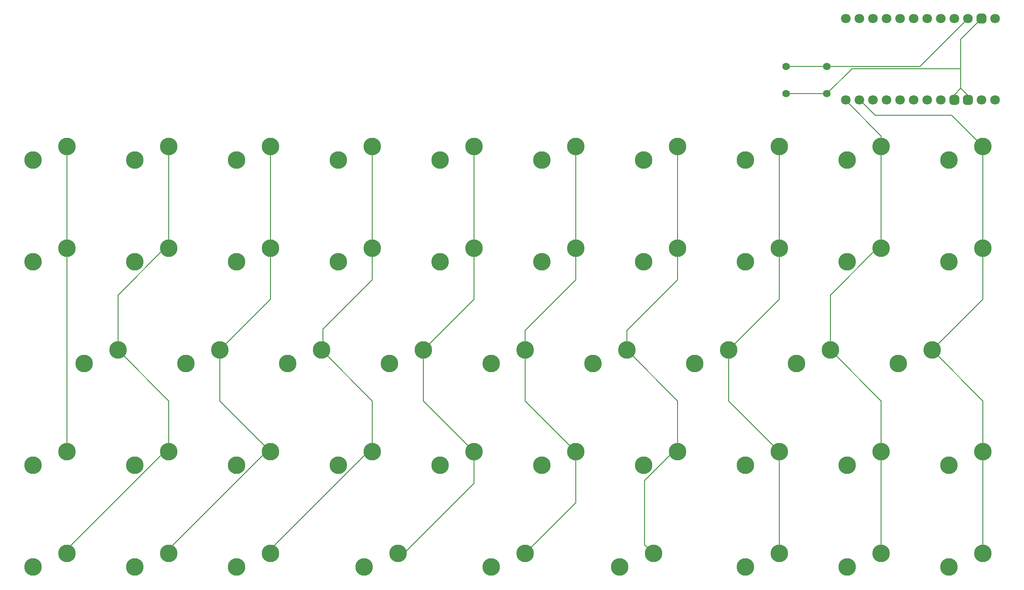
<source format=gbr>
%TF.GenerationSoftware,KiCad,Pcbnew,8.0.6*%
%TF.CreationDate,2024-11-22T09:07:55-07:00*%
%TF.ProjectId,newk-tabesque48,6e65776b-2d74-4616-9265-737175653438,rev?*%
%TF.SameCoordinates,Original*%
%TF.FileFunction,Copper,L1,Top*%
%TF.FilePolarity,Positive*%
%FSLAX46Y46*%
G04 Gerber Fmt 4.6, Leading zero omitted, Abs format (unit mm)*
G04 Created by KiCad (PCBNEW 8.0.6) date 2024-11-22 09:07:55*
%MOMM*%
%LPD*%
G01*
G04 APERTURE LIST*
G04 Aperture macros list*
%AMRoundRect*
0 Rectangle with rounded corners*
0 $1 Rounding radius*
0 $2 $3 $4 $5 $6 $7 $8 $9 X,Y pos of 4 corners*
0 Add a 4 corners polygon primitive as box body*
4,1,4,$2,$3,$4,$5,$6,$7,$8,$9,$2,$3,0*
0 Add four circle primitives for the rounded corners*
1,1,$1+$1,$2,$3*
1,1,$1+$1,$4,$5*
1,1,$1+$1,$6,$7*
1,1,$1+$1,$8,$9*
0 Add four rect primitives between the rounded corners*
20,1,$1+$1,$2,$3,$4,$5,0*
20,1,$1+$1,$4,$5,$6,$7,0*
20,1,$1+$1,$6,$7,$8,$9,0*
20,1,$1+$1,$8,$9,$2,$3,0*%
G04 Aperture macros list end*
%TA.AperFunction,ComponentPad*%
%ADD10C,1.397000*%
%TD*%
%TA.AperFunction,ComponentPad*%
%ADD11C,1.800000*%
%TD*%
%TA.AperFunction,ComponentPad*%
%ADD12RoundRect,0.450000X-0.450000X0.450000X-0.450000X-0.450000X0.450000X-0.450000X0.450000X0.450000X0*%
%TD*%
%TA.AperFunction,ComponentPad*%
%ADD13C,3.300000*%
%TD*%
%TA.AperFunction,Conductor*%
%ADD14C,0.200000*%
%TD*%
G04 APERTURE END LIST*
D10*
%TO.P,SW1,1,1*%
%TO.N,RST*%
X206629000Y-37846000D03*
X214249000Y-37846000D03*
%TO.P,SW1,2,2*%
%TO.N,GND*%
X206629000Y-42926000D03*
X214249000Y-42926000D03*
%TD*%
D11*
%TO.P,U1,1,D3-TX*%
%TO.N,unconnected-(U1-D3-TX-Pad1)*%
X245681500Y-44100750D03*
%TO.P,U1,2,D2-RX*%
%TO.N,unconnected-(U1-D2-RX-Pad2)*%
X243141500Y-44100750D03*
D12*
%TO.P,U1,3,GND*%
%TO.N,GND*%
X240601500Y-44100750D03*
%TO.P,U1,4,GND*%
X238061500Y-44100750D03*
D11*
%TO.P,U1,5,D1*%
%TO.N,/col_tmo*%
X235521500Y-44100750D03*
%TO.P,U1,6,D0*%
%TO.N,/row4*%
X232981500Y-44100750D03*
%TO.P,U1,7,D4*%
%TO.N,/row3*%
X230441500Y-44100750D03*
%TO.P,U1,8,C6*%
%TO.N,/row2*%
X227901500Y-44100750D03*
%TO.P,U1,9,D7*%
%TO.N,/row1*%
X225361500Y-44100750D03*
%TO.P,U1,10,E6*%
%TO.N,/row0*%
X222821500Y-44100750D03*
%TO.P,U1,11,B4*%
%TO.N,/col0*%
X220281500Y-44100750D03*
%TO.P,U1,12,B5*%
%TO.N,/col1*%
X217741500Y-44100750D03*
%TO.P,U1,13,B0*%
%TO.N,unconnected-(U1-B0-Pad13)*%
X245681500Y-28860750D03*
D12*
%TO.P,U1,14,GND*%
%TO.N,GND*%
X243141500Y-28860750D03*
D11*
%TO.P,U1,15,RST*%
%TO.N,RST*%
X240601500Y-28860750D03*
%TO.P,U1,16,VCC*%
%TO.N,VCC*%
X238061500Y-28860750D03*
%TO.P,U1,17,F4*%
%TO.N,/col2*%
X235521500Y-28860750D03*
%TO.P,U1,18,F5*%
%TO.N,/col3*%
X232981500Y-28860750D03*
%TO.P,U1,19,F6*%
%TO.N,/col4*%
X230441500Y-28860750D03*
%TO.P,U1,20,F7*%
%TO.N,/col5*%
X227901500Y-28860750D03*
%TO.P,U1,21,B1*%
%TO.N,/col6*%
X225361500Y-28860750D03*
%TO.P,U1,22,B3*%
%TO.N,/col7*%
X222821500Y-28860750D03*
%TO.P,U1,23,B2*%
%TO.N,/col8*%
X220281500Y-28860750D03*
%TO.P,U1,24,B6*%
%TO.N,/col9*%
X217741500Y-28860750D03*
%TD*%
D13*
%TO.P,MX33,1,1*%
%TO.N,Net-(D33-A)*%
X179959000Y-112522000D03*
%TO.P,MX33,2,2*%
%TO.N,/col3*%
X186309000Y-109982000D03*
%TD*%
%TO.P,MX31,1,1*%
%TO.N,Net-(D31-A)*%
X218059000Y-112522000D03*
%TO.P,MX31,2,2*%
%TO.N,/col1*%
X224409000Y-109982000D03*
%TD*%
%TO.P,MX44,1,1*%
%TO.N,Net-(D44-A)*%
X151384000Y-131572000D03*
%TO.P,MX44,2,2*%
%TO.N,/col4*%
X157734000Y-129032000D03*
%TD*%
%TO.P,MX4,1,1*%
%TO.N,Net-(D4-A)*%
X179959000Y-55372000D03*
%TO.P,MX4,2,2*%
%TO.N,/col3*%
X186309000Y-52832000D03*
%TD*%
%TO.P,MX12,1,1*%
%TO.N,Net-(D12-A)*%
X218059000Y-74422000D03*
%TO.P,MX12,2,2*%
%TO.N,/col1*%
X224409000Y-71882000D03*
%TD*%
%TO.P,MX37,1,1*%
%TO.N,Net-(D37-A)*%
X103759000Y-112522000D03*
%TO.P,MX37,2,2*%
%TO.N,/col7*%
X110109000Y-109982000D03*
%TD*%
%TO.P,MX20,1,1*%
%TO.N,Net-(D20-A)*%
X65659000Y-74422000D03*
%TO.P,MX20,2,2*%
%TO.N,/col9*%
X72009000Y-71882000D03*
%TD*%
%TO.P,MX39,1,1*%
%TO.N,Net-(D39-A)*%
X65659000Y-112522000D03*
%TO.P,MX39,2,2*%
%TO.N,/col9*%
X72009000Y-109982000D03*
%TD*%
%TO.P,MX3,1,1*%
%TO.N,Net-(D3-A)*%
X199009000Y-55372000D03*
%TO.P,MX3,2,2*%
%TO.N,/col2*%
X205359000Y-52832000D03*
%TD*%
%TO.P,MX13,1,1*%
%TO.N,Net-(D13-A)*%
X199009000Y-74422000D03*
%TO.P,MX13,2,2*%
%TO.N,/col2*%
X205359000Y-71882000D03*
%TD*%
%TO.P,MX2,1,1*%
%TO.N,Net-(D2-A)*%
X218059000Y-55372000D03*
%TO.P,MX2,2,2*%
%TO.N,/col1*%
X224409000Y-52832000D03*
%TD*%
%TO.P,MX7,1,1*%
%TO.N,Net-(D7-A)*%
X122809000Y-55372000D03*
%TO.P,MX7,2,2*%
%TO.N,/col6*%
X129159000Y-52832000D03*
%TD*%
%TO.P,MX1,1,1*%
%TO.N,Net-(D1-A)*%
X237109000Y-55372000D03*
%TO.P,MX1,2,2*%
%TO.N,/col0*%
X243459000Y-52832000D03*
%TD*%
%TO.P,MX19,1,1*%
%TO.N,Net-(D19-A)*%
X84709000Y-74422000D03*
%TO.P,MX19,2,2*%
%TO.N,/col8*%
X91059000Y-71882000D03*
%TD*%
%TO.P,MX40,1,1*%
%TO.N,Net-(D40-A)*%
X237109000Y-131572000D03*
%TO.P,MX40,2,2*%
%TO.N,/col0*%
X243459000Y-129032000D03*
%TD*%
%TO.P,MX36,1,1*%
%TO.N,Net-(D36-A)*%
X122809000Y-112522000D03*
%TO.P,MX36,2,2*%
%TO.N,/col6*%
X129159000Y-109982000D03*
%TD*%
%TO.P,MX46,1,1*%
%TO.N,Net-(D46-A)*%
X103759000Y-131572000D03*
%TO.P,MX46,2,2*%
%TO.N,/col6*%
X110109000Y-129032000D03*
%TD*%
%TO.P,MX16,1,1*%
%TO.N,Net-(D16-A)*%
X141859000Y-74422000D03*
%TO.P,MX16,2,2*%
%TO.N,/col5*%
X148209000Y-71882000D03*
%TD*%
%TO.P,MX41,1,1*%
%TO.N,Net-(D41-A)*%
X218059000Y-131572000D03*
%TO.P,MX41,2,2*%
%TO.N,/col1*%
X224409000Y-129032000D03*
%TD*%
%TO.P,MX17,1,1*%
%TO.N,Net-(D17-A)*%
X122809000Y-74422000D03*
%TO.P,MX17,2,2*%
%TO.N,/col6*%
X129159000Y-71882000D03*
%TD*%
%TO.P,MX9,1,1*%
%TO.N,Net-(D9-A)*%
X84709000Y-55372000D03*
%TO.P,MX9,2,2*%
%TO.N,/col8*%
X91059000Y-52832000D03*
%TD*%
%TO.P,MX25,1,1*%
%TO.N,Net-(D25-A)*%
X151384000Y-93472000D03*
%TO.P,MX25,2,2*%
%TO.N,/col4*%
X157734000Y-90932000D03*
%TD*%
%TO.P,MX10,1,1*%
%TO.N,Net-(D10-A)*%
X65659000Y-55372000D03*
%TO.P,MX10,2,2*%
%TO.N,/col9*%
X72009000Y-52832000D03*
%TD*%
%TO.P,MX5,1,1*%
%TO.N,Net-(D5-A)*%
X160909000Y-55372000D03*
%TO.P,MX5,2,2*%
%TO.N,/col4*%
X167259000Y-52832000D03*
%TD*%
%TO.P,MX23,1,1*%
%TO.N,Net-(D23-A)*%
X189484000Y-93472000D03*
%TO.P,MX23,2,2*%
%TO.N,/col2*%
X195834000Y-90932000D03*
%TD*%
%TO.P,MX24,1,1*%
%TO.N,Net-(D24-A)*%
X170434000Y-93472000D03*
%TO.P,MX24,2,2*%
%TO.N,/col3*%
X176784000Y-90932000D03*
%TD*%
%TO.P,MX27,1,1*%
%TO.N,Net-(D27-A)*%
X113284000Y-93472000D03*
%TO.P,MX27,2,2*%
%TO.N,/col6*%
X119634000Y-90932000D03*
%TD*%
%TO.P,MX47,1,1*%
%TO.N,Net-(D47-A)*%
X84709000Y-131572000D03*
%TO.P,MX47,2,2*%
%TO.N,/col7*%
X91059000Y-129032000D03*
%TD*%
%TO.P,MX30,1,1*%
%TO.N,Net-(D30-A)*%
X237109000Y-112522000D03*
%TO.P,MX30,2,2*%
%TO.N,/col0*%
X243459000Y-109982000D03*
%TD*%
%TO.P,MX14,1,1*%
%TO.N,Net-(D14-A)*%
X179959000Y-74422000D03*
%TO.P,MX14,2,2*%
%TO.N,/col3*%
X186309000Y-71882000D03*
%TD*%
%TO.P,MX11,1,1*%
%TO.N,Net-(D11-A)*%
X237109000Y-74422000D03*
%TO.P,MX11,2,2*%
%TO.N,/col0*%
X243459000Y-71882000D03*
%TD*%
%TO.P,MX22,1,1*%
%TO.N,Net-(D22-A)*%
X208534000Y-93472000D03*
%TO.P,MX22,2,2*%
%TO.N,/col1*%
X214884000Y-90932000D03*
%TD*%
%TO.P,MX15,1,1*%
%TO.N,Net-(D15-A)*%
X160909000Y-74422000D03*
%TO.P,MX15,2,2*%
%TO.N,/col4*%
X167259000Y-71882000D03*
%TD*%
%TO.P,MX43,1,1*%
%TO.N,Net-(D43-A)*%
X175434000Y-131572000D03*
%TO.P,MX43,2,2*%
%TO.N,/col3*%
X181784000Y-129032000D03*
%TD*%
%TO.P,MX35,1,1*%
%TO.N,Net-(D35-A)*%
X141859000Y-112522000D03*
%TO.P,MX35,2,2*%
%TO.N,/col5*%
X148209000Y-109982000D03*
%TD*%
%TO.P,MX29,1,1*%
%TO.N,Net-(D29-A)*%
X75184000Y-93472000D03*
%TO.P,MX29,2,2*%
%TO.N,/col8*%
X81534000Y-90932000D03*
%TD*%
%TO.P,MX34,1,1*%
%TO.N,Net-(D34-A)*%
X160909000Y-112522000D03*
%TO.P,MX34,2,2*%
%TO.N,/col4*%
X167259000Y-109982000D03*
%TD*%
%TO.P,MX8,1,1*%
%TO.N,Net-(D8-A)*%
X103759000Y-55372000D03*
%TO.P,MX8,2,2*%
%TO.N,/col7*%
X110109000Y-52832000D03*
%TD*%
%TO.P,MX26,1,1*%
%TO.N,Net-(D26-A)*%
X132334000Y-93472000D03*
%TO.P,MX26,2,2*%
%TO.N,/col5*%
X138684000Y-90932000D03*
%TD*%
%TO.P,MX48,1,1*%
%TO.N,Net-(D48-A)*%
X65659000Y-131572000D03*
%TO.P,MX48,2,2*%
%TO.N,/col8*%
X72009000Y-129032000D03*
%TD*%
%TO.P,MX6,1,1*%
%TO.N,Net-(D6-A)*%
X141859000Y-55372000D03*
%TO.P,MX6,2,2*%
%TO.N,/col5*%
X148209000Y-52832000D03*
%TD*%
%TO.P,MX28,1,1*%
%TO.N,Net-(D28-A)*%
X94234000Y-93472000D03*
%TO.P,MX28,2,2*%
%TO.N,/col7*%
X100584000Y-90932000D03*
%TD*%
%TO.P,MX38,1,1*%
%TO.N,Net-(D38-A)*%
X84709000Y-112522000D03*
%TO.P,MX38,2,2*%
%TO.N,/col8*%
X91059000Y-109982000D03*
%TD*%
%TO.P,MX18,1,1*%
%TO.N,Net-(D18-A)*%
X103759000Y-74422000D03*
%TO.P,MX18,2,2*%
%TO.N,/col7*%
X110109000Y-71882000D03*
%TD*%
%TO.P,MX45,1,1*%
%TO.N,Net-(D45-A)*%
X127571500Y-131572000D03*
%TO.P,MX45,2,2*%
%TO.N,/col5*%
X133921500Y-129032000D03*
%TD*%
%TO.P,MX32,1,1*%
%TO.N,Net-(D32-A)*%
X199009000Y-112522000D03*
%TO.P,MX32,2,2*%
%TO.N,/col2*%
X205359000Y-109982000D03*
%TD*%
%TO.P,MX21,1,1*%
%TO.N,Net-(D21-A)*%
X227584000Y-93472000D03*
%TO.P,MX21,2,2*%
%TO.N,/col0*%
X233934000Y-90932000D03*
%TD*%
%TO.P,MX42,1,1*%
%TO.N,Net-(D42-A)*%
X199009000Y-131572000D03*
%TO.P,MX42,2,2*%
%TO.N,/col2*%
X205359000Y-129032000D03*
%TD*%
D14*
%TO.N,/col0*%
X233934000Y-90932000D02*
X243459000Y-100457000D01*
X223266000Y-46990000D02*
X237617000Y-46990000D01*
X237617000Y-46990000D02*
X243459000Y-52832000D01*
X220376750Y-44100750D02*
X223266000Y-46990000D01*
X243459000Y-81407000D02*
X233934000Y-90932000D01*
X243459000Y-52832000D02*
X243459000Y-71882000D01*
X243459000Y-71882000D02*
X243459000Y-81407000D01*
X243459000Y-100457000D02*
X243459000Y-109982000D01*
X220281500Y-44100750D02*
X220376750Y-44100750D01*
X243459000Y-109982000D02*
X243459000Y-129032000D01*
%TO.N,/col1*%
X217741500Y-44196000D02*
X224409000Y-50863500D01*
X224409000Y-109982000D02*
X224409000Y-100457000D01*
X217741500Y-44100750D02*
X217741500Y-44196000D01*
X224409000Y-71882000D02*
X224409000Y-52832000D01*
X224409000Y-129032000D02*
X224409000Y-109982000D01*
X214884000Y-90932000D02*
X214884000Y-80632225D01*
X224409000Y-100457000D02*
X214884000Y-90932000D01*
X224409000Y-50863500D02*
X224409000Y-52832000D01*
X214884000Y-80632225D02*
X223634225Y-71882000D01*
X223634225Y-71882000D02*
X224409000Y-71882000D01*
%TO.N,/col2*%
X205359000Y-109982000D02*
X205359000Y-129032000D01*
X195834000Y-100457000D02*
X205359000Y-109982000D01*
X195834000Y-90932000D02*
X195834000Y-100457000D01*
X205359000Y-81407000D02*
X195834000Y-90932000D01*
X205359000Y-71882000D02*
X205359000Y-81407000D01*
X205359000Y-52832000D02*
X205359000Y-71882000D01*
%TO.N,/col3*%
X181784000Y-129032000D02*
X180134000Y-127382000D01*
X186309000Y-109982000D02*
X186309000Y-100457000D01*
X186309000Y-100457000D02*
X176784000Y-90932000D01*
X186309000Y-77769588D02*
X186309000Y-71882000D01*
X176784000Y-87294588D02*
X186309000Y-77769588D01*
X176784000Y-90932000D02*
X176784000Y-87294588D01*
X186309000Y-71882000D02*
X186309000Y-52832000D01*
X185534225Y-109982000D02*
X186309000Y-109982000D01*
X180134000Y-115382225D02*
X185534225Y-109982000D01*
X180134000Y-127382000D02*
X180134000Y-115382225D01*
%TO.N,/col4*%
X157734000Y-90932000D02*
X157734000Y-100457000D01*
X157734000Y-87261775D02*
X157734000Y-90932000D01*
X167259000Y-119507000D02*
X157734000Y-129032000D01*
X167259000Y-71882000D02*
X167259000Y-77736775D01*
X167259000Y-109982000D02*
X167259000Y-119507000D01*
X157734000Y-100457000D02*
X167259000Y-109982000D01*
X167259000Y-77736775D02*
X157734000Y-87261775D01*
X167259000Y-52832000D02*
X167259000Y-71882000D01*
%TO.N,/col5*%
X135013775Y-129032000D02*
X133921500Y-129032000D01*
X138684000Y-100457000D02*
X148209000Y-109982000D01*
X148209000Y-115836775D02*
X135013775Y-129032000D01*
X148209000Y-109982000D02*
X148209000Y-115836775D01*
X138684000Y-90932000D02*
X138684000Y-100457000D01*
X148209000Y-52832000D02*
X148209000Y-71882000D01*
X148209000Y-71882000D02*
X148209000Y-81407000D01*
X148209000Y-81407000D02*
X138684000Y-90932000D01*
%TO.N,/col6*%
X110109000Y-129032000D02*
X110109000Y-128257225D01*
X129159000Y-77736775D02*
X129159000Y-71882000D01*
X119634000Y-90932000D02*
X119888000Y-90932000D01*
X119888000Y-87007775D02*
X129159000Y-77736775D01*
X129159000Y-100457000D02*
X119634000Y-90932000D01*
X110109000Y-128257225D02*
X128384225Y-109982000D01*
X129159000Y-109982000D02*
X129159000Y-100457000D01*
X129159000Y-71882000D02*
X129159000Y-52832000D01*
X119888000Y-90932000D02*
X119888000Y-87007775D01*
X128384225Y-109982000D02*
X129159000Y-109982000D01*
%TO.N,/col7*%
X110109000Y-71882000D02*
X110109000Y-81407000D01*
X100584000Y-90932000D02*
X100584000Y-100457000D01*
X110109000Y-109982000D02*
X109334225Y-109982000D01*
X109334225Y-109982000D02*
X91059000Y-128257225D01*
X110109000Y-52832000D02*
X110109000Y-71882000D01*
X110109000Y-81407000D02*
X100584000Y-90932000D01*
X100584000Y-100457000D02*
X110109000Y-109982000D01*
X91059000Y-128257225D02*
X91059000Y-129032000D01*
%TO.N,/col8*%
X72009000Y-128257225D02*
X90284225Y-109982000D01*
X91059000Y-100457000D02*
X81534000Y-90932000D01*
X91059000Y-109982000D02*
X91059000Y-100457000D01*
X81534000Y-90932000D02*
X81534000Y-80632225D01*
X81534000Y-80632225D02*
X90284225Y-71882000D01*
X72009000Y-129032000D02*
X72009000Y-128257225D01*
X91059000Y-71882000D02*
X91059000Y-52832000D01*
X90284225Y-71882000D02*
X91059000Y-71882000D01*
X90284225Y-109982000D02*
X91059000Y-109982000D01*
%TO.N,/col9*%
X72009000Y-71882000D02*
X72009000Y-109982000D01*
X72009000Y-52832000D02*
X72009000Y-71882000D01*
%TO.N,RST*%
X206629000Y-37846000D02*
X214249000Y-37846000D01*
X231616250Y-37846000D02*
X240601500Y-28860750D01*
X214249000Y-37846000D02*
X231616250Y-37846000D01*
%TO.N,GND*%
X231781935Y-38246000D02*
X231800935Y-38227000D01*
X240601500Y-43243500D02*
X239268000Y-41910000D01*
X239268000Y-37973000D02*
X239268000Y-32734250D01*
X238061500Y-43116500D02*
X239268000Y-41910000D01*
X206629000Y-42926000D02*
X214249000Y-42926000D01*
X218929000Y-38246000D02*
X231781935Y-38246000D01*
X240601500Y-44100750D02*
X240601500Y-43243500D01*
X239268000Y-41910000D02*
X239268000Y-37973000D01*
X214249000Y-42926000D02*
X218929000Y-38246000D01*
X231800935Y-38227000D02*
X239268000Y-38227000D01*
X238061500Y-44100750D02*
X238061500Y-43116500D01*
X239268000Y-32734250D02*
X243141500Y-28860750D01*
%TD*%
M02*

</source>
